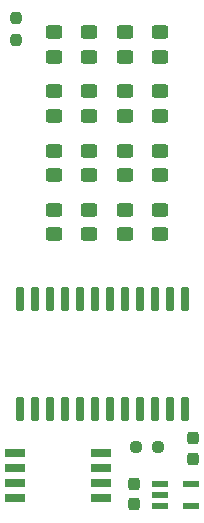
<source format=gbr>
%TF.GenerationSoftware,KiCad,Pcbnew,8.0.1*%
%TF.CreationDate,2025-01-22T20:31:23-07:00*%
%TF.ProjectId,LEDDisplay,4c454444-6973-4706-9c61-792e6b696361,rev?*%
%TF.SameCoordinates,Original*%
%TF.FileFunction,Paste,Top*%
%TF.FilePolarity,Positive*%
%FSLAX46Y46*%
G04 Gerber Fmt 4.6, Leading zero omitted, Abs format (unit mm)*
G04 Created by KiCad (PCBNEW 8.0.1) date 2025-01-22 20:31:23*
%MOMM*%
%LPD*%
G01*
G04 APERTURE LIST*
G04 Aperture macros list*
%AMRoundRect*
0 Rectangle with rounded corners*
0 $1 Rounding radius*
0 $2 $3 $4 $5 $6 $7 $8 $9 X,Y pos of 4 corners*
0 Add a 4 corners polygon primitive as box body*
4,1,4,$2,$3,$4,$5,$6,$7,$8,$9,$2,$3,0*
0 Add four circle primitives for the rounded corners*
1,1,$1+$1,$2,$3*
1,1,$1+$1,$4,$5*
1,1,$1+$1,$6,$7*
1,1,$1+$1,$8,$9*
0 Add four rect primitives between the rounded corners*
20,1,$1+$1,$2,$3,$4,$5,0*
20,1,$1+$1,$4,$5,$6,$7,0*
20,1,$1+$1,$6,$7,$8,$9,0*
20,1,$1+$1,$8,$9,$2,$3,0*%
G04 Aperture macros list end*
%ADD10RoundRect,0.237500X-0.250000X-0.237500X0.250000X-0.237500X0.250000X0.237500X-0.250000X0.237500X0*%
%ADD11RoundRect,0.237500X0.237500X-0.300000X0.237500X0.300000X-0.237500X0.300000X-0.237500X-0.300000X0*%
%ADD12RoundRect,0.250000X-0.450000X0.325000X-0.450000X-0.325000X0.450000X-0.325000X0.450000X0.325000X0*%
%ADD13R,1.320800X0.508000*%
%ADD14RoundRect,0.237500X-0.237500X0.300000X-0.237500X-0.300000X0.237500X-0.300000X0.237500X0.300000X0*%
%ADD15RoundRect,0.075000X-0.225000X0.950000X-0.225000X-0.950000X0.225000X-0.950000X0.225000X0.950000X0*%
%ADD16RoundRect,0.237500X-0.237500X0.250000X-0.237500X-0.250000X0.237500X-0.250000X0.237500X0.250000X0*%
%ADD17R,1.700000X0.650000*%
G04 APERTURE END LIST*
D10*
%TO.C,R1*%
X206980000Y-104100000D03*
X208805000Y-104100000D03*
%TD*%
D11*
%TO.C,C2*%
X211810000Y-105060000D03*
X211810000Y-103335000D03*
%TD*%
D12*
%TO.C,D5*%
X209000000Y-73975000D03*
X209000000Y-76025000D03*
%TD*%
%TO.C,D14*%
X203000000Y-83975000D03*
X203000000Y-86025000D03*
%TD*%
%TO.C,D6*%
X206000000Y-73975000D03*
X206000000Y-76025000D03*
%TD*%
%TO.C,D8*%
X200000000Y-73975000D03*
X200000000Y-76025000D03*
%TD*%
%TO.C,D3*%
X203000000Y-68975000D03*
X203000000Y-71025000D03*
%TD*%
%TO.C,D2*%
X206020000Y-68975000D03*
X206020000Y-71025000D03*
%TD*%
D13*
%TO.C,U1*%
X208990000Y-107200000D03*
X208990000Y-108150001D03*
X208990000Y-109100002D03*
X211580800Y-109100002D03*
X211580800Y-107200000D03*
%TD*%
D14*
%TO.C,C1*%
X206770000Y-107195000D03*
X206770000Y-108920000D03*
%TD*%
D12*
%TO.C,D11*%
X206000000Y-78975000D03*
X206000000Y-81025000D03*
%TD*%
D15*
%TO.C,U4*%
X211150000Y-91530000D03*
X209880000Y-91530000D03*
X208610000Y-91530000D03*
X207340000Y-91530000D03*
X206070000Y-91530000D03*
X204800000Y-91530000D03*
X203530000Y-91530000D03*
X202260000Y-91530000D03*
X200990000Y-91530000D03*
X199720000Y-91530000D03*
X198450000Y-91530000D03*
X197180000Y-91530000D03*
X197180000Y-100840000D03*
X198450000Y-100840000D03*
X199720000Y-100840000D03*
X200990000Y-100840000D03*
X202260000Y-100840000D03*
X203530000Y-100840000D03*
X204800000Y-100840000D03*
X206070000Y-100840000D03*
X207340000Y-100840000D03*
X208610000Y-100840000D03*
X209880000Y-100840000D03*
X211150000Y-100840000D03*
%TD*%
D12*
%TO.C,D13*%
X200000000Y-83975000D03*
X200000000Y-86025000D03*
%TD*%
%TO.C,D9*%
X200000000Y-78975000D03*
X200000000Y-81025000D03*
%TD*%
%TO.C,D16*%
X209000000Y-83975000D03*
X209000000Y-86025000D03*
%TD*%
%TO.C,D1*%
X209000000Y-68975000D03*
X209000000Y-71025000D03*
%TD*%
%TO.C,D10*%
X203000000Y-78975000D03*
X203000000Y-81025000D03*
%TD*%
D16*
%TO.C,R2*%
X196800000Y-67775000D03*
X196800000Y-69600000D03*
%TD*%
D17*
%TO.C,U3*%
X196710000Y-104580000D03*
X196710000Y-105850000D03*
X196710000Y-107120000D03*
X196710000Y-108390000D03*
X204010000Y-108390000D03*
X204010000Y-107120000D03*
X204010000Y-105850000D03*
X204010000Y-104580000D03*
%TD*%
D12*
%TO.C,D15*%
X206000000Y-83975000D03*
X206000000Y-86025000D03*
%TD*%
%TO.C,D7*%
X203000000Y-73975000D03*
X203000000Y-76025000D03*
%TD*%
%TO.C,D4*%
X200000000Y-68975000D03*
X200000000Y-71025000D03*
%TD*%
%TO.C,D12*%
X209000000Y-78975000D03*
X209000000Y-81025000D03*
%TD*%
M02*

</source>
